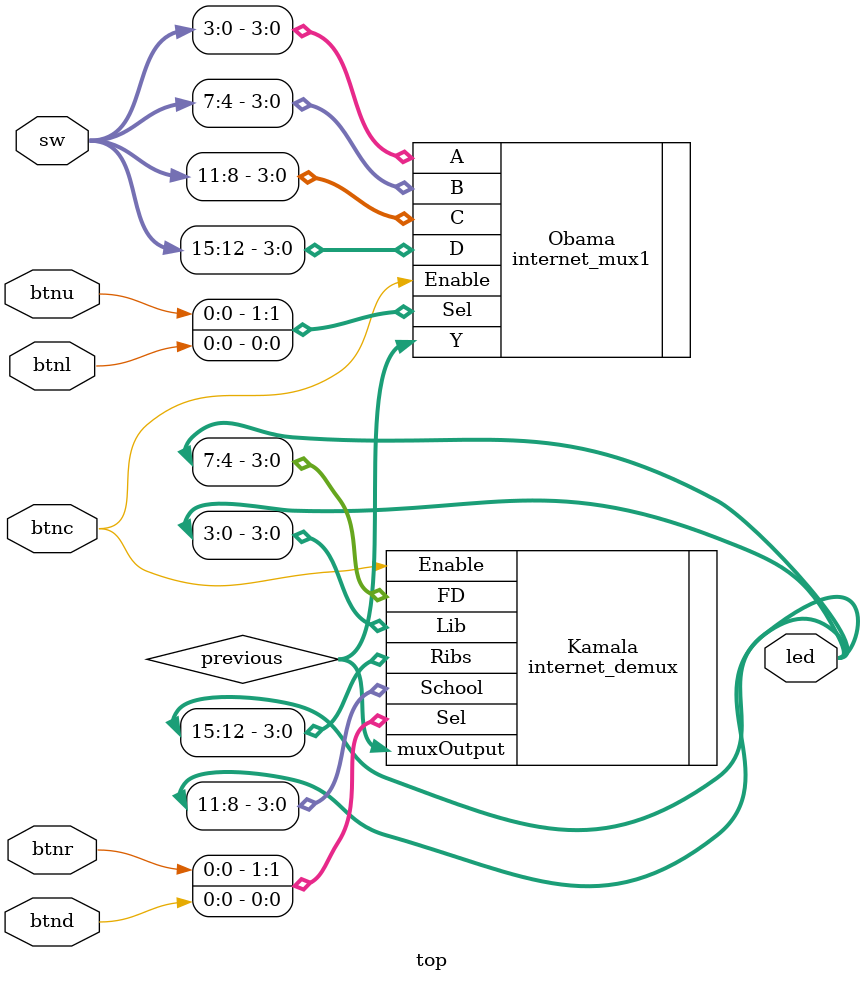
<source format=v>
module top (
	input [15:0] sw,
    input btnl, btnu, btnc, btnd, btnr,
	output [15:0] led
);
    wire [3:0] previous;

	internet_mux1 Obama(
		.A(sw[3:0]),
		.B(sw[7:4]),
        .C(sw[11:8]),
        .D(sw[15:12]),
        .Y(previous),
        .Sel({btnu,btnl}),
        .Enable(btnc)
	);

    internet_demux Kamala(
        .muxOutput(previous),
        .Sel({btnr,btnd}),
        .Enable(btnc),
        .Lib(led[3:0]),
        .FD(led[7:4]),
        .School(led[11:8]),
        .Ribs(led[15:12])
	);

    endmodule
</source>
